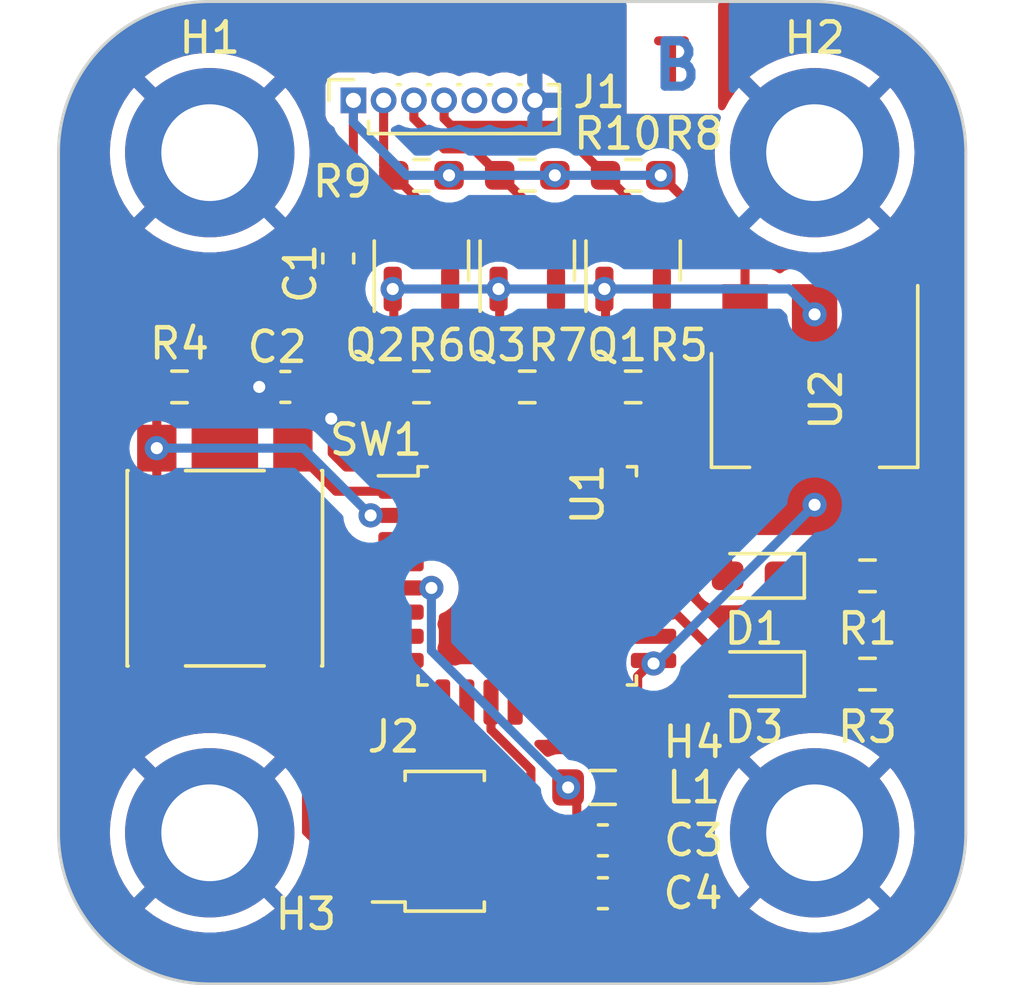
<source format=kicad_pcb>
(kicad_pcb (version 20221018) (generator pcbnew)
  (layers (0 "F.Cu" signal) (31 "B.Cu" signal) (34 "B.Paste" user) (35 "F.Paste" user) (36 "B.SilkS" user "B.Silkscreen") (37 "F.SilkS" user "F.Silkscreen") (38 "B.Mask" user) (39 "F.Mask" user) (44 "Edge.Cuts" user))
  (net 0 "")
  (net 1 "+5V")
  (net 2 "GND")
  (net 3 "+3.3V")
  (net 4 "Net-(D1-K)")
  (net 5 "Player1_LED")
  (net 6 "Net-(D3-K)")
  (net 7 "Status_LED")
  (net 8 "Data_Clock_SNES")
  (net 9 "Data_Latch_SNES")
  (net 10 "Serial_Data_SNES")
  (net 13 "SPI_Chip_Select")
  (net 14 "Chip_Enable")
  (net 15 "SPI_Digital_Input")
  (net 16 "SPI_Clock")
  (net 18 "SPI_Digital_Output")
  (net 19 "Serial_Data_STM32")
  (net 20 "Data_Clock_STM32")
  (net 21 "Data_Latch_STM32")
  (net 22 "Appairing_Btn")
  (net 26 "+3.3VA")
  (footprint "Button_Switch_SMD:SW_Push_1P1T_NO_6x6mm_H9.5mm" (layer "F.Cu") (at 125 99.75 -90)
    (fp_text reference "SW1" (at -4.25 -5) (layer "F.SilkS"))
    (fp_text value "SW_Push")
    (fp_line (start -3.23 -3.23) (end 3.23 -3.23) (stroke (width 0.12)) (layer "F.SilkS"))
    (fp_line (start -3.23 -3.2) (end -3.23 -3.23) (stroke (width 0.12)) (layer "F.SilkS"))
    (fp_line (start -3.23 -1.3) (end -3.23 1.3) (stroke (width 0.12)) (layer "F.SilkS"))
    (fp_line (start -3.23 3.23) (end -3.23 3.2) (stroke (width 0.12)) (layer "F.SilkS"))
    (fp_line (start -3.23 3.23) (end 3.23 3.23) (stroke (width 0.12)) (layer "F.SilkS"))
    (fp_line (start 3.23 -3.23) (end 3.23 -3.2) (stroke (width 0.12)) (layer "F.SilkS"))
    (fp_line (start 3.23 -1.3) (end 3.23 1.3) (stroke (width 0.12)) (layer "F.SilkS"))
    (fp_line (start 3.23 3.23) (end 3.23 3.2) (stroke (width 0.12)) (layer "F.SilkS"))
    (pad "1" smd rect (at -3.975 -2.25 270) (size 1.55 1.3) (layers "F.Cu" "F.Paste" "F.Mask") (net 3 "+3.3V"))
    (pad "1" smd rect (at 3.975 -2.25 270) (size 1.55 1.3) (layers "F.Cu" "F.Paste" "F.Mask") (net 3 "+3.3V"))
    (pad "2" smd rect (at -3.975 2.25 270) (size 1.55 1.3) (layers "F.Cu" "F.Paste" "F.Mask") (net 22 "Appairing_Btn"))
    (pad "2" smd rect (at 3.975 2.25 270) (size 1.55 1.3) (layers "F.Cu" "F.Paste" "F.Mask") (net 22 "Appairing_Btn"))
  )
  (footprint "Capacitor_SMD:C_0603_1608Metric_Pad1.08x0.95mm_HandSolder" (layer "F.Cu") (at 128.75 89.5 -90)
    (fp_text reference "C1" (at 0.5 1.25 90) (layer "F.SilkS"))
    (fp_text value "1u")
    (fp_line (start -0.146267 -0.51) (end 0.146267 -0.51) (stroke (width 0.12)) (layer "F.SilkS"))
    (fp_line (start -0.146267 0.51) (end 0.146267 0.51) (stroke (width 0.12)) (layer "F.SilkS"))
    (pad "1" smd roundrect (at -0.8625 0 270) (size 1.075 0.95) (layers "F.Cu" "F.Paste" "F.Mask") (net 1 "+5V"))
    (pad "2" smd roundrect (at 0.8625 0 270) (size 1.075 0.95) (layers "F.Cu" "F.Paste" "F.Mask") (net 2 "GND"))
  )
  (footprint "MountingHole:MountingHole_3.2mm_M3_DIN965_Pad" (layer "F.Cu") (at 144.5 86)
    (fp_text reference "H2" (at 0 -3.8) (layer "F.SilkS"))
    (fp_text value "MountingHole_Pad")
    (pad "1" thru_hole circle (at 0 0) (size 5.6 5.6) (drill 3.2) (layers "*.Cu" "*.Mask") (net 2 "GND"))
  )
  (footprint "Resistor_SMD:R_0603_1608Metric_Pad0.98x0.95mm_HandSolder" (layer "F.Cu") (at 131.5 86.75 180)
    (fp_text reference "R9" (at 2.61 -0.21 180) (layer "F.SilkS"))
    (fp_text value "10k")
    (fp_line (start -0.254724 -0.5225) (end 0.254724 -0.5225) (stroke (width 0.12)) (layer "F.SilkS"))
    (fp_line (start -0.254724 0.5225) (end 0.254724 0.5225) (stroke (width 0.12)) (layer "F.SilkS"))
    (pad "1" smd roundrect (at -0.9125 0 180) (size 0.975 0.95) (layers "F.Cu" "F.Paste" "F.Mask") (net 1 "+5V"))
    (pad "2" smd roundrect (at 0.9125 0 180) (size 0.975 0.95) (layers "F.Cu" "F.Paste" "F.Mask") (net 8 "Data_Clock_SNES"))
  )
  (footprint "Resistor_SMD:R_0603_1608Metric_Pad0.98x0.95mm_HandSolder" (layer "F.Cu") (at 135 86.75 180)
    (fp_text reference "R10" (at -3 1.375 180) (layer "F.SilkS"))
    (fp_text value "10k")
    (fp_line (start -0.254724 -0.5225) (end 0.254724 -0.5225) (stroke (width 0.12)) (layer "F.SilkS"))
    (fp_line (start -0.254724 0.5225) (end 0.254724 0.5225) (stroke (width 0.12)) (layer "F.SilkS"))
    (pad "1" smd roundrect (at -0.9125 0 180) (size 0.975 0.95) (layers "F.Cu" "F.Paste" "F.Mask") (net 1 "+5V"))
    (pad "2" smd roundrect (at 0.9125 0 180) (size 0.975 0.95) (layers "F.Cu" "F.Paste" "F.Mask") (net 9 "Data_Latch_SNES"))
  )
  (footprint "Package_TO_SOT_SMD:SOT-23" (layer "F.Cu") (at 138.5 89.5725 90)
    (fp_text reference "Q1" (at -2.8025 -0.53) (layer "F.SilkS"))
    (fp_text value "2N7002")
    (fp_line (start 0 -1.56) (end -1.675 -1.56) (stroke (width 0.12)) (layer "F.SilkS"))
    (fp_line (start 0 -1.56) (end 0.65 -1.56) (stroke (width 0.12)) (layer "F.SilkS"))
    (fp_line (start 0 1.56) (end -0.65 1.56) (stroke (width 0.12)) (layer "F.SilkS"))
    (fp_line (start 0 1.56) (end 0.65 1.56) (stroke (width 0.12)) (layer "F.SilkS"))
    (pad "1" smd roundrect (at -0.9375 -0.95 90) (size 1.475 0.6) (layers "F.Cu" "F.Paste" "F.Mask") (net 3 "+3.3V"))
    (pad "2" smd roundrect (at -0.9375 0.95 90) (size 1.475 0.6) (layers "F.Cu" "F.Paste" "F.Mask") (net 19 "Serial_Data_STM32"))
    (pad "3" smd roundrect (at 0.9375 0 90) (size 1.475 0.6) (layers "F.Cu" "F.Paste" "F.Mask") (net 10 "Serial_Data_SNES"))
  )
  (footprint "Capacitor_SMD:C_0603_1608Metric_Pad1.08x0.95mm_HandSolder" (layer "F.Cu") (at 137.5 108.75)
    (fp_text reference "C3" (at 3 0) (layer "F.SilkS"))
    (fp_text value "1u")
    (fp_line (start -0.146267 -0.51) (end 0.146267 -0.51) (stroke (width 0.12)) (layer "F.SilkS"))
    (fp_line (start -0.146267 0.51) (end 0.146267 0.51) (stroke (width 0.12)) (layer "F.SilkS"))
    (pad "1" smd roundrect (at -0.8625 0) (size 1.075 0.95) (layers "F.Cu" "F.Paste" "F.Mask") (net 26 "+3.3VA"))
    (pad "2" smd roundrect (at 0.8625 0) (size 1.075 0.95) (layers "F.Cu" "F.Paste" "F.Mask") (net 2 "GND"))
  )
  (footprint "Diode_SMD:D_0603_1608Metric_Pad1.05x0.95mm_HandSolder" (layer "F.Cu") (at 142.5 100 180)
    (fp_text reference "D1" (at 0 -1.75) (layer "F.SilkS"))
    (fp_text value "LED_Small")
    (fp_line (start -1.66 -0.735) (end -1.66 0.735) (stroke (width 0.12)) (layer "F.SilkS"))
    (fp_line (start -1.66 0.735) (end 0.8 0.735) (stroke (width 0.12)) (layer "F.SilkS"))
    (fp_line (start 0.8 -0.735) (end -1.66 -0.735) (stroke (width 0.12)) (layer "F.SilkS"))
    (pad "1" smd roundrect (at -0.875 0 180) (size 1.05 0.95) (layers "F.Cu" "F.Paste" "F.Mask") (net 4 "Net-(D1-K)"))
    (pad "2" smd roundrect (at 0.875 0 180) (size 1.05 0.95) (layers "F.Cu" "F.Paste" "F.Mask") (net 5 "Player1_LED"))
  )
  (footprint "Package_TO_SOT_SMD:SOT-23" (layer "F.Cu") (at 135 89.5725 90)
    (fp_text reference "Q3" (at -2.8025 -1.03) (layer "F.SilkS"))
    (fp_text value "2N7002")
    (fp_line (start 0 -1.56) (end -1.675 -1.56) (stroke (width 0.12)) (layer "F.SilkS"))
    (fp_line (start 0 -1.56) (end 0.65 -1.56) (stroke (width 0.12)) (layer "F.SilkS"))
    (fp_line (start 0 1.56) (end -0.65 1.56) (stroke (width 0.12)) (layer "F.SilkS"))
    (fp_line (start 0 1.56) (end 0.65 1.56) (stroke (width 0.12)) (layer "F.SilkS"))
    (pad "1" smd roundrect (at -0.9375 -0.95 90) (size 1.475 0.6) (layers "F.Cu" "F.Paste" "F.Mask") (net 3 "+3.3V"))
    (pad "2" smd roundrect (at -0.9375 0.95 90) (size 1.475 0.6) (layers "F.Cu" "F.Paste" "F.Mask") (net 21 "Data_Latch_STM32"))
    (pad "3" smd roundrect (at 0.9375 0 90) (size 1.475 0.6) (layers "F.Cu" "F.Paste" "F.Mask") (net 9 "Data_Latch_SNES"))
  )
  (footprint "Capacitor_SMD:C_0603_1608Metric_Pad1.08x0.95mm_HandSolder" (layer "F.Cu") (at 127 93.75 180)
    (fp_text reference "C2" (at 0.27 1.32) (layer "F.SilkS"))
    (fp_text value "1u")
    (fp_line (start -0.146267 -0.51) (end 0.146267 -0.51) (stroke (width 0.12)) (layer "F.SilkS"))
    (fp_line (start -0.146267 0.51) (end 0.146267 0.51) (stroke (width 0.12)) (layer "F.SilkS"))
    (pad "1" smd roundrect (at -0.8625 0 180) (size 1.075 0.95) (layers "F.Cu" "F.Paste" "F.Mask") (net 3 "+3.3V"))
    (pad "2" smd roundrect (at 0.8625 0 180) (size 1.075 0.95) (layers "F.Cu" "F.Paste" "F.Mask") (net 2 "GND"))
  )
  (footprint "Connector_PinSocket_1.00mm:PinSocket_2x04_P1.00mm_Vertical_SMD" (layer "F.Cu") (at 132.27 108.78 180)
    (fp_text reference "J2" (at 1.69 3.46) (layer "F.SilkS"))
    (fp_text value "Conn_01x08_Socket")
    (fp_line (start -1.31 -2.31) (end -1.31 -2.01) (stroke (width 0.12)) (layer "F.SilkS"))
    (fp_line (start -1.31 -2.31) (end 1.31 -2.31) (stroke (width 0.12)) (layer "F.SilkS"))
    (fp_line (start -1.31 2.01) (end -1.31 2.31) (stroke (width 0.12)) (layer "F.SilkS"))
    (fp_line (start -1.31 2.31) (end 1.31 2.31) (stroke (width 0.12)) (layer "F.SilkS"))
    (fp_line (start 1.31 -2.31) (end 1.31 -2.01) (stroke (width 0.12)) (layer "F.SilkS"))
    (fp_line (start 1.31 -2.01) (end 2.39 -2.01) (stroke (width 0.12)) (layer "F.SilkS"))
    (fp_line (start 1.31 2.01) (end 1.31 2.31) (stroke (width 0.12)) (layer "F.SilkS"))
    (pad "1" smd rect (at 1.525 -1.5 180) (size 1.85 0.5) (layers "F.Cu" "F.Paste" "F.Mask") (net 3 "+3.3V"))
    (pad "2" smd rect (at -1.525 -1.5 180) (size 1.85 0.5) (layers "F.Cu" "F.Paste" "F.Mask") (net 2 "GND"))
    (pad "3" smd rect (at 1.525 -0.5 180) (size 1.85 0.5) (layers "F.Cu" "F.Paste" "F.Mask") (net 13 "SPI_Chip_Select"))
    (pad "4" smd rect (at -1.525 -0.5 180) (size 1.85 0.5) (layers "F.Cu" "F.Paste" "F.Mask") (net 14 "Chip_Enable"))
    (pad "5" smd rect (at 1.525 0.5 180) (size 1.85 0.5) (layers "F.Cu" "F.Paste" "F.Mask") (net 15 "SPI_Digital_Input"))
    (pad "6" smd rect (at -1.525 0.5 180) (size 1.85 0.5) (layers "F.Cu" "F.Paste" "F.Mask") (net 16 "SPI_Clock"))
    (pad "7" smd rect (at 1.525 1.5 180) (size 1.85 0.5) (layers "F.Cu" "F.Paste" "F.Mask"))
    (pad "8" smd rect (at -1.525 1.5 180) (size 1.85 0.5) (layers "F.Cu" "F.Paste" "F.Mask") (net 18 "SPI_Digital_Output"))
  )
  (footprint "Resistor_SMD:R_0603_1608Metric_Pad0.98x0.95mm_HandSolder" (layer "F.Cu") (at 138.5 93.75)
    (fp_text reference "R5" (at 1.5 -1.375) (layer "F.SilkS"))
    (fp_text value "10k")
    (fp_line (start -0.254724 -0.5225) (end 0.254724 -0.5225) (stroke (width 0.12)) (layer "F.SilkS"))
    (fp_line (start -0.254724 0.5225) (end 0.254724 0.5225) (stroke (width 0.12)) (layer "F.SilkS"))
    (pad "1" smd roundrect (at -0.9125 0) (size 0.975 0.95) (layers "F.Cu" "F.Paste" "F.Mask") (net 3 "+3.3V"))
    (pad "2" smd roundrect (at 0.9125 0) (size 0.975 0.95) (layers "F.Cu" "F.Paste" "F.Mask") (net 19 "Serial_Data_STM32"))
  )
  (footprint "Inductor_SMD:L_0805_2012Metric_Pad1.05x1.20mm_HandSolder" (layer "F.Cu") (at 137.5 107 180)
    (fp_text reference "L1" (at -3 0) (layer "F.SilkS"))
    (fp_text value "39n")
    (fp_line (start -0.410242 -0.56) (end 0.410242 -0.56) (stroke (width 0.12)) (layer "F.SilkS"))
    (fp_line (start -0.410242 0.56) (end 0.410242 0.56) (stroke (width 0.12)) (layer "F.SilkS"))
    (pad "1" smd roundrect (at -1.15 0 180) (size 1.05 1.2) (layers "F.Cu" "F.Paste" "F.Mask") (roundrect_rratio 0.238095) (net 3 "+3.3V"))
    (pad "2" smd roundrect (at 1.15 0 180) (size 1.05 1.2) (layers "F.Cu" "F.Paste" "F.Mask") (roundrect_rratio 0.238095) (net 26 "+3.3VA"))
  )
  (footprint "Capacitor_SMD:C_0603_1608Metric_Pad1.08x0.95mm_HandSolder" (layer "F.Cu") (at 137.5 110.5)
    (fp_text reference "C4" (at 2.98 0) (layer "F.SilkS"))
    (fp_text value "10n")
    (fp_line (start -0.146267 -0.51) (end 0.146267 -0.51) (stroke (width 0.12)) (layer "F.SilkS"))
    (fp_line (start -0.146267 0.51) (end 0.146267 0.51) (stroke (width 0.12)) (layer "F.SilkS"))
    (pad "1" smd roundrect (at -0.8625 0) (size 1.075 0.95) (layers "F.Cu" "F.Paste" "F.Mask") (net 26 "+3.3VA"))
    (pad "2" smd roundrect (at 0.8625 0) (size 1.075 0.95) (layers "F.Cu" "F.Paste" "F.Mask") (net 2 "GND"))
  )
  (footprint "Resistor_SMD:R_0603_1608Metric_Pad0.98x0.95mm_HandSolder" (layer "F.Cu") (at 123.5 93.75)
    (fp_text reference "R4" (at 0 -1.43) (layer "F.SilkS"))
    (fp_text value "10k")
    (fp_line (start -0.254724 -0.5225) (end 0.254724 -0.5225) (stroke (width 0.12)) (layer "F.SilkS"))
    (fp_line (start -0.254724 0.5225) (end 0.254724 0.5225) (stroke (width 0.12)) (layer "F.SilkS"))
    (pad "1" smd roundrect (at -0.9125 0) (size 0.975 0.95) (layers "F.Cu" "F.Paste" "F.Mask") (net 22 "Appairing_Btn"))
    (pad "2" smd roundrect (at 0.9125 0) (size 0.975 0.95) (layers "F.Cu" "F.Paste" "F.Mask") (net 2 "GND"))
  )
  (footprint "Connector_PinSocket_1.00mm:PinSocket_1x07_P1.00mm_Vertical" (layer "F.Cu") (at 129.25 84.27 90)
    (fp_text reference "J1" (at 0.27 8.125 180) (layer "F.SilkS"))
    (fp_text value "Conn_01x07_Socket")
    (fp_line (start -1.1 0.5) (end -1.1 6.81) (stroke (width 0.12)) (layer "F.SilkS"))
    (fp_line (start -1.1 0.5) (end -0.685 0.5) (stroke (width 0.12)) (layer "F.SilkS"))
    (fp_line (start -1.1 6.81) (end 0.52 6.81) (stroke (width 0.12)) (layer "F.SilkS"))
    (fp_line (start 0 -0.81) (end 0.685 -0.81) (stroke (width 0.12)) (layer "F.SilkS"))
    (fp_line (start 0.52 1.445898) (end 0.52 1.554102) (stroke (width 0.12)) (layer "F.SilkS"))
    (fp_line (start 0.52 2.445898) (end 0.52 2.554102) (stroke (width 0.12)) (layer "F.SilkS"))
    (fp_line (start 0.52 3.445898) (end 0.52 3.554102) (stroke (width 0.12)) (layer "F.SilkS"))
    (fp_line (start 0.52 4.445898) (end 0.52 4.554102) (stroke (width 0.12)) (layer "F.SilkS"))
    (fp_line (start 0.52 5.445898) (end 0.52 5.554102) (stroke (width 0.12)) (layer "F.SilkS"))
    (fp_line (start 0.52 6.445898) (end 0.52 6.81) (stroke (width 0.12)) (layer "F.SilkS"))
    (fp_line (start 0.685 -0.81) (end 0.685 0) (stroke (width 0.12)) (layer "F.SilkS"))
    (pad "1" thru_hole rect (at 0 0 90) (size 0.85 0.85) (drill 0.5) (layers "*.Cu" "*.Mask") (net 1 "+5V"))
    (pad "2" thru_hole oval (at 0 1 90) (size 0.85 0.85) (drill 0.5) (layers "*.Cu" "*.Mask") (net 8 "Data_Clock_SNES"))
    (pad "3" thru_hole oval (at 0 2 90) (size 0.85 0.85) (drill 0.5) (layers "*.Cu" "*.Mask") (net 9 "Data_Latch_SNES"))
    (pad "4" thru_hole oval (at 0 3 90) (size 0.85 0.85) (drill 0.5) (layers "*.Cu" "*.Mask") (net 10 "Serial_Data_SNES"))
    (pad "5" thru_hole oval (at 0 4 90) (size 0.85 0.85) (drill 0.5) (layers "*.Cu" "*.Mask"))
    (pad "6" thru_hole oval (at 0 5 90) (size 0.85 0.85) (drill 0.5) (layers "*.Cu" "*.Mask"))
    (pad "7" thru_hole oval (at 0 6 90) (size 0.85 0.85) (drill 0.5) (layers "*.Cu" "*.Mask") (net 2 "GND"))
  )
  (footprint "MountingHole:MountingHole_3.2mm_M3_DIN965_Pad" (layer "F.Cu") (at 124.5 86)
    (fp_text reference "H1" (at 0 -3.8) (layer "F.SilkS"))
    (fp_text value "MountingHole_Pad")
    (pad "1" thru_hole circle (at 0 0) (size 5.6 5.6) (drill 3.2) (layers "*.Cu" "*.Mask") (net 2 "GND"))
  )
  (footprint "Resistor_SMD:R_0603_1608Metric_Pad0.98x0.95mm_HandSolder" (layer "F.Cu") (at 146.25 103.25)
    (fp_text reference "R3" (at 0 1.75) (layer "F.SilkS"))
    (fp_text value "1k")
    (fp_line (start -0.254724 -0.5225) (end 0.254724 -0.5225) (stroke (width 0.12)) (layer "F.SilkS"))
    (fp_line (start -0.254724 0.5225) (end 0.254724 0.5225) (stroke (width 0.12)) (layer "F.SilkS"))
    (pad "1" smd roundrect (at -0.9125 0) (size 0.975 0.95) (layers "F.Cu" "F.Paste" "F.Mask") (net 6 "Net-(D3-K)"))
    (pad "2" smd roundrect (at 0.9125 0) (size 0.975 0.95) (layers "F.Cu" "F.Paste" "F.Mask") (net 2 "GND"))
  )
  (footprint "Resistor_SMD:R_0603_1608Metric_Pad0.98x0.95mm_HandSolder" (layer "F.Cu") (at 146.25 100)
    (fp_text reference "R1" (at 0 1.75) (layer "F.SilkS"))
    (fp_text value "1k")
    (fp_line (start -0.254724 -0.5225) (end 0.254724 -0.5225) (stroke (width 0.12)) (layer "F.SilkS"))
    (fp_line (start -0.254724 0.5225) (end 0.254724 0.5225) (stroke (width 0.12)) (layer "F.SilkS"))
    (pad "1" smd roundrect (at -0.9125 0) (size 0.975 0.95) (layers "F.Cu" "F.Paste" "F.Mask") (net 4 "Net-(D1-K)"))
    (pad "2" smd roundrect (at 0.9125 0) (size 0.975 0.95) (layers "F.Cu" "F.Paste" "F.Mask") (net 2 "GND"))
  )
  (footprint "Package_TO_SOT_SMD:SOT-23" (layer "F.Cu") (at 131.5 89.5725 90)
    (fp_text reference "Q2" (at -2.8025 -1.53) (layer "F.SilkS"))
    (fp_text value "2N7002")
    (fp_line (start 0 -1.56) (end -1.675 -1.56) (stroke (width 0.12)) (layer "F.SilkS"))
    (fp_line (start 0 -1.56) (end 0.65 -1.56) (stroke (width 0.12)) (layer "F.SilkS"))
    (fp_line (start 0 1.56) (end -0.65 1.56) (stroke (width 0.12)) (layer "F.SilkS"))
    (fp_line (start 0 1.56) (end 0.65 1.56) (stroke (width 0.12)) (layer "F.SilkS"))
    (pad "1" smd roundrect (at -0.9375 -0.95 90) (size 1.475 0.6) (layers "F.Cu" "F.Paste" "F.Mask") (net 3 "+3.3V"))
    (pad "2" smd roundrect (at -0.9375 0.95 90) (size 1.475 0.6) (layers "F.Cu" "F.Paste" "F.Mask") (net 20 "Data_Clock_STM32"))
    (pad "3" smd roundrect (at 0.9375 0 90) (size 1.475 0.6) (layers "F.Cu" "F.Paste" "F.Mask") (net 8 "Data_Clock_SNES"))
  )
  (footprint "Resistor_SMD:R_0603_1608Metric_Pad0.98x0.95mm_HandSolder" (layer "F.Cu") (at 135 93.75)
    (fp_text reference "R7" (at 1 -1.375) (layer "F.SilkS"))
    (fp_text value "10k")
    (fp_line (start -0.254724 -0.5225) (end 0.254724 -0.5225) (stroke (width 0.12)) (layer "F.SilkS"))
    (fp_line (start -0.254724 0.5225) (end 0.254724 0.5225) (stroke (width 0.12)) (layer "F.SilkS"))
    (pad "1" smd roundrect (at -0.9125 0) (size 0.975 0.95) (layers "F.Cu" "F.Paste" "F.Mask") (net 3 "+3.3V"))
    (pad "2" smd roundrect (at 0.9125 0) (size 0.975 0.95) (layers "F.Cu" "F.Paste" "F.Mask") (net 21 "Data_Latch_STM32"))
  )
  (footprint "MountingHole:MountingHole_3.2mm_M3_DIN965_Pad" (layer "F.Cu") (at 144.5 108.5)
    (fp_text reference "H4" (at -4 -3) (layer "F.SilkS"))
    (fp_text value "MountingHole_Pad")
    (pad "1" thru_hole circle (at 0 0) (size 5.6 5.6) (drill 3.2) (layers "*.Cu" "*.Mask") (net 2 "GND"))
  )
  (footprint "Resistor_SMD:R_0603_1608Metric_Pad0.98x0.95mm_HandSolder" (layer "F.Cu") (at 138.5 86.75 180)
    (fp_text reference "R8" (at -2 1.375 180) (layer "F.SilkS"))
    (fp_text value "10k")
    (fp_line (start -0.254724 -0.5225) (end 0.254724 -0.5225) (stroke (width 0.12)) (layer "F.SilkS"))
    (fp_line (start -0.254724 0.5225) (end 0.254724 0.5225) (stroke (width 0.12)) (layer "F.SilkS"))
    (pad "1" smd roundrect (at -0.9125 0 180) (size 0.975 0.95) (layers "F.Cu" "F.Paste" "F.Mask") (net 1 "+5V"))
    (pad "2" smd roundrect (at 0.9125 0 180) (size 0.975 0.95) (layers "F.Cu" "F.Paste" "F.Mask") (net 10 "Serial_Data_SNES"))
  )
  (footprint "Package_QFP:LQFP-32_7x7mm_P0.8mm" (layer "F.Cu") (at 135 100)
    (fp_text reference "U1" (at 2 -2.7 90) (layer "F.SilkS"))
    (fp_text value "STM32L412KBTx")
    (fp_line (start -3.61 -3.61) (end -3.61 -3.31) (stroke (width 0.12)) (layer "F.SilkS"))
    (fp_line (start -3.61 -3.31) (end -4.925 -3.31) (stroke (width 0.12)) (layer "F.SilkS"))
    (fp_line (start -3.61 3.61) (end -3.61 3.31) (stroke (width 0.12)) (layer "F.SilkS"))
    (fp_line (start -3.31 -3.61) (end -3.61 -3.61) (stroke (width 0.12)) (layer "F.SilkS"))
    (fp_line (start -3.31 3.61) (end -3.61 3.61) (stroke (width 0.12)) (layer "F.SilkS"))
    (fp_line (start 3.31 -3.61) (end 3.61 -3.61) (stroke (width 0.12)) (layer "F.SilkS"))
    (fp_line (start 3.31 3.61) (end 3.61 3.61) (stroke (width 0.12)) (layer "F.SilkS"))
    (fp_line (start 3.61 -3.61) (end 3.61 -3.31) (stroke (width 0.12)) (layer "F.SilkS"))
    (fp_line (start 3.61 3.61) (end 3.61 3.31) (stroke (width 0.12)) (layer "F.SilkS"))
    (pad "1" smd roundrect (at -4.175 -2.8) (size 1.5 0.5) (layers "F.Cu" "F.Paste" "F.Mask") (net 3 "+3.3V"))
    (pad "2" smd roundrect (at -4.175 -2) (size 1.5 0.5) (layers "F.Cu" "F.Paste" "F.Mask") (net 22 "Appairing_Btn"))
    (pad "3" smd roundrect (at -4.175 -1.2) (size 1.5 0.5) (layers "F.Cu" "F.Paste" "F.Mask"))
    (pad "4" smd roundrect (at -4.175 -0.4) (size 1.5 0.5) (layers "F.Cu" "F.Paste" "F.Mask"))
    (pad "5" smd roundrect (at -4.175 0.4) (size 1.5 0.5) (layers "F.Cu" "F.Paste" "F.Mask") (net 26 "+3.3VA"))
    (pad "6" smd roundrect (at -4.175 1.2) (size 1.5 0.5) (layers "F.Cu" "F.Paste" "F.Mask"))
    (pad "7" smd roundrect (at -4.175 2) (size 1.5 0.5) (layers "F.Cu" "F.Paste" "F.Mask") (net 13 "SPI_Chip_Select"))
    (pad "8" smd roundrect (at -4.175 2.8) (size 1.5 0.5) (layers "F.Cu" "F.Paste" "F.Mask") (net 15 "SPI_Digital_Input"))
    (pad "9" smd roundrect (at -2.8 4.175) (size 0.5 1.5) (layers "F.Cu" "F.Paste" "F.Mask") (net 16 "SPI_Clock"))
    (pad "10" smd roundrect (at -2 4.175) (size 0.5 1.5) (layers "F.Cu" "F.Paste" "F.Mask") (net 18 "SPI_Digital_Output"))
    (pad "11" smd roundrect (at -1.2 4.175) (size 0.5 1.5) (layers "F.Cu" "F.Paste" "F.Mask") (net 14 "Chip_Enable"))
    (pad "12" smd roundrect (at -0.4 4.175) (size 0.5 1.5) (layers "F.Cu" "F.Paste" "F.Mask"))
    (pad "13" smd roundrect (at 0.4 4.175) (size 0.5 1.5) (layers "F.Cu" "F.Paste" "F.Mask"))
    (pad "14" smd roundrect (at 1.2 4.175) (size 0.5 1.5) (layers "F.Cu" "F.Paste" "F.Mask"))
    (pad "15" smd roundrect (at 2 4.175) (size 0.5 1.5) (layers "F.Cu" "F.Paste" "F.Mask"))
    (pad "16" smd roundrect (at 2.8 4.175) (size 0.5 1.5) (layers "F.Cu" "F.Paste" "F.Mask") (net 2 "GND"))
    (pad "17" smd roundrect (at 4.175 2.8) (size 1.5 0.5) (layers "F.Cu" "F.Paste" "F.Mask") (net 3 "+3.3V"))
    (pad "18" smd roundrect (at 4.175 2) (size 1.5 0.5) (layers "F.Cu" "F.Paste" "F.Mask"))
    (pad "19" smd roundrect (at 4.175 1.2) (size 1.5 0.5) (layers "F.Cu" "F.Paste" "F.Mask") (net 7 "Status_LED"))
    (pad "20" smd roundrect (at 4.175 0.4) (size 1.5 0.5) (layers "F.Cu" "F.Paste" "F.Mask"))
    (pad "21" smd roundrect (at 4.175 -0.4) (size 1.5 0.5) (layers "F.Cu" "F.Paste" "F.Mask"))
    (pad "22" smd roundrect (at 4.175 -1.2) (size 1.5 0.5) (layers "F.Cu" "F.Paste" "F.Mask"))
    (pad "23" smd roundrect (at 4.175 -2) (size 1.5 0.5) (layers "F.Cu" "F.Paste" "F.Mask"))
    (pad "24" smd roundrect (at 4.175 -2.8) (size 1.5 0.5) (layers "F.Cu" "F.Paste" "F.Mask") (net 5 "Player1_LED"))
    (pad "25" smd roundrect (at 2.8 -4.175) (size 0.5 1.5) (layers "F.Cu" "F.Paste" "F.Mask") (net 19 "Serial_Data_STM32"))
    (pad "26" smd roundrect (at 2 -4.175) (size 0.5 1.5) (layers "F.Cu" "F.Paste" "F.Mask"))
    (pad "27" smd roundrect (at 1.2 -4.175) (size 0.5 1.5) (layers "F.Cu" "F.Paste" "F.Mask") (net 21 "Data_Latch_STM32"))
    (pad "28" smd roundrect (at 0.4 -4.175) (size 0.5 1.5) (layers "F.Cu" "F.Paste" "F.Mask"))
    (pad "29" smd roundrect (at -0.4 -4.175) (size 0.5 1.5) (layers "F.Cu" "F.Paste" "F.Mask") (net 20 "Data_Clock_STM32"))
    (pad "30" smd roundrect (at -1.2 -4.175) (size 0.5 1.5) (layers "F.Cu" "F.Paste" "F.Mask"))
    (pad "31" smd roundrect (at -2 -4.175) (size 0.5 1.5) (layers "F.Cu" "F.Paste" "F.Mask"))
    (pad "32" smd roundrect (at -2.8 -4.175) (size 0.5 1.5) (layers "F.Cu" "F.Paste" "F.Mask") (net 2 "GND"))
  )
  (footprint "Diode_SMD:D_0603_1608Metric_Pad1.05x0.95mm_HandSolder" (layer "F.Cu") (at 142.5 103.25 180)
    (fp_text reference "D3" (at 0 -1.75) (layer "F.SilkS"))
    (fp_text value "LED_Small")
    (fp_line (start -1.66 -0.735) (end -1.66 0.735) (stroke (width 0.12)) (layer "F.SilkS"))
    (fp_line (start -1.66 0.735) (end 0.8 0.735) (stroke (width 0.12)) (layer "F.SilkS"))
    (fp_line (start 0.8 -0.735) (end -1.66 -0.735) (stroke (width 0.12)) (layer "F.SilkS"))
    (pad "1" smd roundrect (at -0.875 0 180) (size 1.05 0.95) (layers "F.Cu" "F.Paste" "F.Mask") (net 6 "Net-(D3-K)"))
    (pad "2" smd roundrect (at 0.875 0 180) (size 1.05 0.95) (layers "F.Cu" "F.Paste" "F.Mask") (net 7 "Status_LED"))
  )
  (footprint "Resistor_SMD:R_0603_1608Metric_Pad0.98x0.95mm_HandSolder" (layer "F.Cu") (at 131.5 93.75)
    (fp_text reference "R6" (at 0.5 -1.375) (layer "F.SilkS"))
    (fp_text value "10k")
    (fp_line (start -0.254724 -0.5225) (end 0.254724 -0.5225) (stroke (width 0.12)) (layer "F.SilkS"))
    (fp_line (start -0.254724 0.5225) (end 0.254724 0.5225) (stroke (width 0.12)) (layer "F.SilkS"))
    (pad "1" smd roundrect (at -0.9125 0) (size 0.975 0.95) (layers "F.Cu" "F.Paste" "F.Mask") (net 3 "+3.3V"))
    (pad "2" smd roundrect (at 0.9125 0) (size 0.975 0.95) (layers "F.Cu" "F.Paste" "F.Mask") (net 20 "Data_Clock_STM32"))
  )
  (footprint "MountingHole:MountingHole_3.2mm_M3_DIN965_Pad" (layer "F.Cu") (at 124.5 108.5)
    (fp_text reference "H3" (at 3.18 2.69) (layer "F.SilkS"))
    (fp_text value "MountingHole_Pad")
    (pad "1" thru_hole circle (at 0 0) (size 5.6 5.6) (drill 3.2) (layers "*.Cu" "*.Mask") (net 2 "GND"))
  )
  (footprint "Package_TO_SOT_SMD:SOT-223-3_TabPin2" (layer "F.Cu") (at 144.5 94.5 -90)
    (fp_text reference "U2" (at -0.33 -0.38 90) (layer "F.SilkS"))
    (fp_text value "AMS1117-3.3")
    (fp_line (start -4.1 -3.41) (end 1.91 -3.41) (stroke (width 0.12)) (layer "F.SilkS"))
    (fp_line (start -1.85 3.41) (end 1.91 3.41) (stroke (width 0.12)) (layer "F.SilkS"))
    (fp_line (start 1.91 -3.41) (end 1.91 -2.15) (stroke (width 0.12)) (layer "F.SilkS"))
    (fp_line (start 1.91 3.41) (end 1.91 2.15) (stroke (width 0.12)) (layer "F.SilkS"))
    (pad "1" smd rect (at -3.15 -2.3 270) (size 2 1.5) (layers "F.Cu" "F.Paste" "F.Mask") (net 2 "GND"))
    (pad "2" smd rect (at -3.15 0 270) (size 2 1.5) (layers "F.Cu" "F.Paste" "F.Mask") (net 3 "+3.3V"))
    (pad "2" smd rect (at 3.15 0 270) (size 2 3.8) (layers "F.Cu" "F.Paste" "F.Mask") (net 3 "+3.3V"))
    (pad "3" smd rect (at -3.15 2.3 270) (size 2 1.5) (layers "F.Cu" "F.Paste" "F.Mask") (net 1 "+5V"))
  )
  (gr_line (start 149.5 108.5) (end 149.5 86) (stroke (width 0.1)) (layer "Edge.Cuts"))
  (gr_arc (start 144.5 81) (mid 148.035534 82.464466) (end 149.5 86) (stroke (width 0.1)) (layer "Edge.Cuts"))
  (gr_line (start 119.5 86) (end 119.5 108.5) (stroke (width 0.1)) (layer "Edge.Cuts"))
  (gr_arc (start 119.5 86) (mid 120.964466 82.464466) (end 124.5 81) (stroke (width 0.1)) (layer "Edge.Cuts"))
  (gr_line (start 144.5 81) (end 124.5 81) (stroke (width 0.1)) (layer "Edge.Cuts"))
  (gr_arc (start 149.5 108.5) (mid 148.035534 112.035534) (end 144.5 113.5) (stroke (width 0.1)) (layer "Edge.Cuts"))
  (gr_arc (start 124.5 113.5) (mid 120.964466 112.035534) (end 119.5 108.5) (stroke (width 0.1)) (layer "Edge.Cuts"))
  (gr_line (start 144.5 113.5) (end 124.5 113.5) (stroke (width 0.1)) (layer "Edge.Cuts"))
  (gr_text "T" (at 139 84) (layer "F.Cu") (effects (font (size 1.5 1.5) (thickness 0.3) bold) (justify left bottom)))
  (gr_text "B" (at 139 84) (layer "B.Cu") (effects (font (size 1.5 1.5) (thickness 0.3) bold) (justify left bottom)))
  (segment (start 129.25 88.1375) (end 129.25 84.27) (width 0.3) (layer "F.Cu") (net 1))
  (segment (start 139.4125 86.75) (end 142.2 89.5375) (width 0.3) (layer "F.Cu") (net 1))
  (segment (start 142.2 89.5375) (end 142.2 91.35) (width 0.3) (layer "F.Cu") (net 1))
  (segment (start 128.75 88.6375) (end 129.25 88.1375) (width 0.3) (layer "F.Cu") (net 1))
  (via (at 132.4125 86.75) (size 0.8) (drill 0.4) (layers "F.Cu" "B.Cu") (net 1))
  (via (at 139.4125 86.75) (size 0.8) (drill 0.4) (layers "F.Cu" "B.Cu") (net 1))
  (via (at 135.9125 86.75) (size 0.8) (drill 0.4) (layers "F.Cu" "B.Cu") (net 1))
  (segment (start 132.4125 86.75) (end 135.9125 86.75) (width 0.3) (layer "B.Cu") (net 1))
  (segment (start 135.9125 86.75) (end 139.4125 86.75) (width 0.3) (layer "B.Cu") (net 1))
  (segment (start 131.005 86.75) (end 132.4125 86.75) (width 0.3) (layer "B.Cu") (net 1))
  (segment (start 129.25 84.27) (end 129.25 84.995) (width 0.3) (layer "B.Cu") (net 1))
  (segment (start 129.25 84.995) (end 131.005 86.75) (width 0.3) (layer "B.Cu") (net 1))
  (segment (start 132.2 95.825) (end 129.542456 95.825) (width 0.3) (layer "F.Cu") (net 2))
  (segment (start 129.542456 95.825) (end 128.518174 94.800718) (width 0.3) (layer "F.Cu") (net 2))
  (via (at 126.1375 93.75) (size 0.8) (drill 0.4) (layers "F.Cu" "B.Cu") (net 2))
  (via (at 128.518174 94.800718) (size 0.8) (drill 0.4) (layers "F.Cu" "B.Cu") (net 2))
  (segment (start 127.188218 94.800718) (end 126.1375 93.75) (width 0.3) (layer "B.Cu") (net 2))
  (segment (start 128.518174 94.800718) (end 127.188218 94.800718) (width 0.3) (layer "B.Cu") (net 2))
  (segment (start 138.65 103.325) (end 139.175 102.8) (width 0.3) (layer "F.Cu") (net 3))
  (segment (start 127.7 104.175) (end 127.25 103.725) (width 0.3) (layer "F.Cu") (net 3))
  (segment (start 144.5 97.65) (end 144.5 91.35) (width 0.3) (layer "F.Cu") (net 3))
  (segment (start 129.52 110.28) (end 127.7 108.46) (width 0.3) (layer "F.Cu") (net 3))
  (segment (start 127.7 108.46) (end 127.7 104.175) (width 0.3) (layer "F.Cu") (net 3))
  (segment (start 134.0875 90.5475) (end 134.05 90.51) (width 0.3) (layer "F.Cu") (net 3))
  (segment (start 127.25 94.3625) (end 127.8625 93.75) (width 0.3) (layer "F.Cu") (net 3))
  (segment (start 128.675 97.2) (end 127.25 95.775) (width 0.3) (layer "F.Cu") (net 3))
  (segment (start 130.825 97.2) (end 128.675 97.2) (width 0.3) (layer "F.Cu") (net 3))
  (segment (start 127.25 95.775) (end 127.25 94.3625) (width 0.3) (layer "F.Cu") (net 3))
  (segment (start 138.65 107) (end 138.65 103.325) (width 0.3) (layer "F.Cu") (net 3))
  (segment (start 127.25 103.725) (end 127.25 95.775) (width 0.3) (layer "F.Cu") (net 3))
  (segment (start 130.5875 90.5475) (end 130.55 90.51) (width 0.3) (layer "F.Cu") (net 3))
  (segment (start 134.0875 93.75) (end 134.0875 90.5475) (width 0.3) (layer "F.Cu") (net 3))
  (segment (start 130.745 110.28) (end 129.52 110.28) (width 0.3) (layer "F.Cu") (net 3))
  (segment (start 137.5875 93.75) (end 137.5875 90.5475) (width 0.3) (layer "F.Cu") (net 3))
  (segment (start 130.5875 93.75) (end 130.5875 90.5475) (width 0.3) (layer "F.Cu") (net 3))
  (segment (start 137.5875 90.5475) (end 137.55 90.51) (width 0.3) (layer "F.Cu") (net 3))
  (segment (start 127.8625 93.75) (end 130.5875 93.75) (width 0.3) (layer "F.Cu") (net 3))
  (via (at 134.05 90.51) (size 0.8) (drill 0.4) (layers "F.Cu" "B.Cu") (net 3))
  (via (at 139.175 102.8995) (size 0.8) (drill 0.4) (layers "F.Cu" "B.Cu") (net 3))
  (via (at 144.5 97.65) (size 0.8) (drill 0.4) (layers "F.Cu" "B.Cu") (net 3))
  (via (at 144.5 91.35) (size 0.8) (drill 0.4) (layers "F.Cu" "B.Cu") (net 3))
  (via (at 130.55 90.51) (size 0.8) (drill 0.4) (layers "F.Cu" "B.Cu") (net 3))
  (via (at 137.55 90.51) (size 0.8) (drill 0.4) (layers "F.Cu" "B.Cu") (net 3))
  (segment (start 134.05 90.51) (end 130.55 90.51) (width 0.3) (layer "B.Cu") (net 3))
  (segment (start 143.66 90.51) (end 144.5 91.35) (width 0.3) (layer "B.Cu") (net 3))
  (segment (start 144.5 97.65) (end 139.2505 102.8995) (width 0.3) (layer "B.Cu") (net 3))
  (segment (start 139.2505 102.8995) (end 139.175 102.8995) (width 0.3) (layer "B.Cu") (net 3))
  (segment (start 137.55 90.51) (end 143.66 90.51) (width 0.3) (layer "B.Cu") (net 3))
  (segment (start 137.55 90.51) (end 134.05 90.51) (width 0.3) (layer "B.Cu") (net 3))
  (segment (start 143.375 100) (end 145.3375 100) (width 0.3) (layer "F.Cu") (net 4))
  (segment (start 139.867462 97.2) (end 139.175 97.2) (width 0.3) (layer "F.Cu") (net 5))
  (segment (start 141.625 100) (end 141.625 98.957538) (width 0.3) (layer "F.Cu") (net 5))
  (segment (start 141.625 98.957538) (end 139.867462 97.2) (width 0.3) (layer "F.Cu") (net 5))
  (segment (start 145.3375 103.25) (end 143.375 103.25) (width 0.3) (layer "F.Cu") (net 6))
  (segment (start 141.625 102.957538) (end 139.867462 101.2) (width 0.3) (layer "F.Cu") (net 7))
  (segment (start 139.867462 101.2) (end 139.175 101.2) (width 0.3) (layer "F.Cu") (net 7))
  (segment (start 141.625 103.25) (end 141.625 102.957538) (width 0.3) (layer "F.Cu") (net 7))
  (segment (start 131.5 87.6625) (end 130.5875 86.75) (width 0.3) (layer "F.Cu") (net 8))
  (segment (start 130.5875 86.75) (end 130.25 86.4125) (width 0.3) (layer "F.Cu") (net 8))
  (segment (start 130.25 86.4125) (end 130.25 84.27) (width 0.3) (layer "F.Cu") (net 8))
  (segment (start 131.5 88.635) (end 131.5 87.6625) (width 0.3) (layer "F.Cu") (net 8))
  (segment (start 133.2125 85.875) (end 132.25396 85.875) (width 0.3) (layer "F.Cu") (net 9))
  (segment (start 135 88.635) (end 135 87.6625) (width 0.3) (layer "F.Cu") (net 9))
  (segment (start 132.25396 85.875) (end 131.25 84.87104) (width 0.3) (layer "F.Cu") (net 9))
  (segment (start 135 87.6625) (end 134.0875 86.75) (width 0.3) (layer "F.Cu") (net 9))
  (segment (start 134.0875 86.75) (end 133.2125 85.875) (width 0.3) (layer "F.Cu") (net 9))
  (segment (start 131.25 84.87104) (end 131.25 84.27) (width 0.3) (layer "F.Cu") (net 9))
  (segment (start 137.5875 86.75) (end 135.9325 85.095) (width 0.3) (layer "F.Cu") (net 10))
  (segment (start 138.5 87.6625) (end 137.5875 86.75) (width 0.3) (layer "F.Cu") (net 10))
  (segment (start 132.47396 85.095) (end 132.25 84.87104) (width 0.3) (layer "F.Cu") (net 10))
  (segment (start 132.25 84.87104) (end 132.25 84.27) (width 0.3) (layer "F.Cu") (net 10))
  (segment (start 138.5 88.635) (end 138.5 87.6625) (width 0.3) (layer "F.Cu") (net 10))
  (segment (start 135.9325 85.095) (end 132.47396 85.095) (width 0.3) (layer "F.Cu") (net 10))
  (segment (start 130.825 102) (end 130.132538 102) (width 0.3) (layer "F.Cu") (net 13))
  (segment (start 128.65 107.96) (end 129.97 109.28) (width 0.3) (layer "F.Cu") (net 13))
  (segment (start 129.97 109.28) (end 130.745 109.28) (width 0.3) (layer "F.Cu") (net 13))
  (segment (start 128.65 103.482538) (end 128.65 107.96) (width 0.3) (layer "F.Cu") (net 13))
  (segment (start 130.132538 102) (end 128.65 103.482538) (width 0.3) (layer "F.Cu") (net 13))
  (segment (start 133.8 105.09) (end 133.8 104.175) (width 0.3) (layer "F.Cu") (net 14))
  (segment (start 135.12 106.41) (end 133.8 105.09) (width 0.3) (layer "F.Cu") (net 14))
  (segment (start 134.77 109.28) (end 135.12 108.93) (width 0.3) (layer "F.Cu") (net 14))
  (segment (start 133.795 109.28) (end 134.77 109.28) (width 0.3) (layer "F.Cu") (net 14))
  (segment (start 135.12 108.93) (end 135.12 106.41) (width 0.3) (layer "F.Cu") (net 14))
  (segment (start 129.42 104.205) (end 130.825 102.8) (width 0.3) (layer "F.Cu") (net 15))
  (segment (start 129.42 107.93) (end 129.42 104.205) (width 0.3) (layer "F.Cu") (net 15))
  (segment (start 129.77 108.28) (end 129.42 107.93) (width 0.3) (layer "F.Cu") (net 15))
  (segment (start 130.745 108.28) (end 129.77 108.28) (width 0.3) (layer "F.Cu") (net 15))
  (segment (start 132.82 108.28) (end 132.2 107.66) (width 0.3) (layer "F.Cu") (net 16))
  (segment (start 132.2 107.66) (end 132.2 104.175) (width 0.3) (layer "F.Cu") (net 16))
  (segment (start 133.795 108.28) (end 132.82 108.28) (width 0.3) (layer "F.Cu") (net 16))
  (segment (start 133.795 107.28) (end 133 106.485) (width 0.3) (layer "F.Cu") (net 18))
  (segment (start 133 106.485) (end 133 104.175) (width 0.3) (layer "F.Cu") (net 18))
  (segment (start 139.4125 93.75) (end 139.4125 90.5475) (width 0.3) (layer "F.Cu") (net 19))
  (segment (start 137.8 95.3625) (end 139.4125 93.75) (width 0.3) (layer "F.Cu") (net 19))
  (segment (start 137.8 95.825) (end 137.8 95.3625) (width 0.3) (layer "F.Cu") (net 19))
  (segment (start 139.4125 90.5475) (end 139.45 90.51) (width 0.3) (layer "F.Cu") (net 19))
  (segment (start 132.4125 93.75) (end 132.4125 90.5475) (width 0.3) (layer "F.Cu") (net 20))
  (segment (start 132.4125 90.5475) (end 132.45 90.51) (width 0.3) (layer "F.Cu") (net 20))
  (segment (start 133.3125 94.65) (end 132.4125 93.75) (width 0.3) (layer "F.Cu") (net 20))
  (segment (start 134.6 95.825) (end 134.6 95.132538) (width 0.3) (layer "F.Cu") (net 20))
  (segment (start 134.117462 94.65) (end 133.3125 94.65) (width 0.3) (layer "F.Cu") (net 20))
  (segment (start 134.6 95.132538) (end 134.117462 94.65) (width 0.3) (layer "F.Cu") (net 20))
  (segment (start 135.9125 93.75) (end 135.9125 90.5475) (width 0.3) (layer "F.Cu") (net 21))
  (segment (start 136.2 94.0375) (end 135.9125 93.75) (width 0.3) (layer "F.Cu") (net 21))
  (segment (start 135.9125 90.5475) (end 135.95 90.51) (width 0.3) (layer "F.Cu") (net 21))
  (segment (start 136.2 95.825) (end 136.2 94.0375) (width 0.3) (layer "F.Cu") (net 21))
  (segment (start 122.75 93.9125) (end 122.5875 93.75) (width 0.3) (layer "F.Cu") (net 22))
  (segment (start 122.75 95.775) (end 122.75 103.725) (width 0.3) (layer "F.Cu") (net 22))
  (segment (start 130.825 98) (end 129.82023 98) (width 0.3) (layer "F.Cu") (net 22))
  (segment (start 122.75 95.775) (end 122.75 93.9125) (width 0.3) (layer "F.Cu") (net 22))
  (via (at 129.82023 98) (size 0.8) (drill 0.4) (layers "F.Cu" "B.Cu") (net 22))
  (via (at 122.75 95.775) (size 0.8) (drill 0.4) (layers "F.Cu" "B.Cu") (net 22))
  (segment (start 129.82023 98) (end 127.59523 95.775) (width 0.3) (layer "B.Cu") (net 22))
  (segment (start 127.59523 95.775) (end 122.75 95.775) (width 0.3) (layer "B.Cu") (net 22))
  (segment (start 130.825 100.4) (end 131.82977 100.4) (width 0.3) (layer "F.Cu") (net 26))
  (segment (start 136.6375 108.75) (end 136.6375 107.2875) (width 0.3) (layer "F.Cu") (net 26))
  (segment (start 136.6375 110.5) (end 136.6375 108.75) (width 0.3) (layer "F.Cu") (net 26))
  (segment (start 136.6375 107.2875) (end 136.35 107) (width 0.3) (layer "F.Cu") (net 26))
  (via (at 131.82977 100.4) (size 0.8) (drill 0.4) (layers "F.Cu" "B.Cu") (net 26))
  (via (at 136.35 107) (size 0.8) (drill 0.4) (layers "F.Cu" "B.Cu") (net 26))
  (segment (start 131.82977 100.4) (end 131.82977 102.47977) (width 0.3) (layer "B.Cu") (net 26))
  (segment (start 131.82977 102.47977) (end 136.35 107) (width 0.3) (layer "B.Cu") (net 26))
  (zone (net 2) (net_name "GND") (layer "F.Cu") (connect_pads (clearance 0.5)) (min_thickness 0.25) (fill yes (thermal_gap 0.5) (thermal_bridge_width 0.5))
    (polygon (pts (xy 119.5 81) (xy 149.5 81) (xy 149.5 113.5) (xy 119.5 113.5)))
  )
  (zone (net 2) (net_name "GND") (layer "B.Cu") (priority 1) (connect_pads (clearance 0.5)) (min_thickness 0.25) (fill yes (thermal_gap 0.5) (thermal_bridge_width 0.5))
    (polygon (pts (xy 119.5 81) (xy 149.5 81) (xy 149.5 113.5) (xy 119.5 113.5)))
  )
)
</source>
